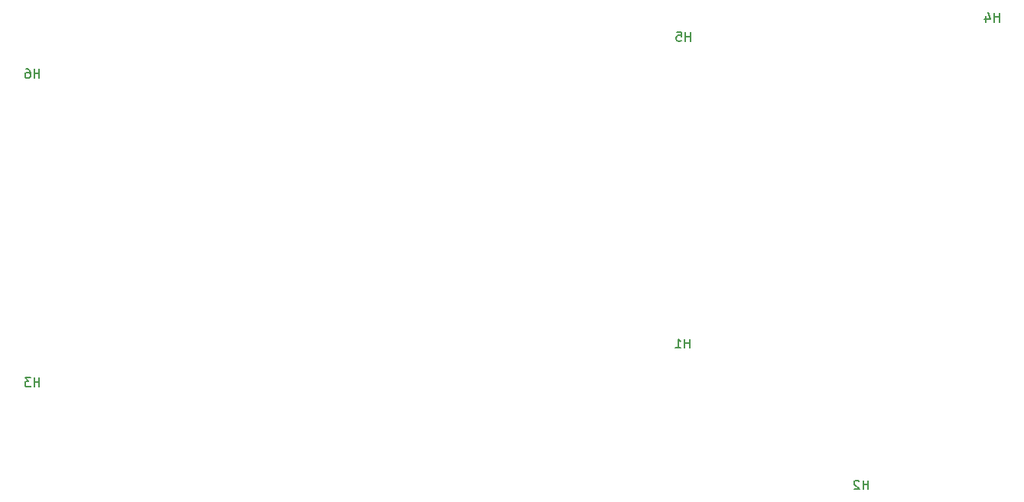
<source format=gbo>
G04 #@! TF.GenerationSoftware,KiCad,Pcbnew,(5.99.0-8557-g8988e46ab1)*
G04 #@! TF.CreationDate,2021-02-21T06:36:03-07:00*
G04 #@! TF.ProjectId,BottomCover,426f7474-6f6d-4436-9f76-65722e6b6963,rev?*
G04 #@! TF.SameCoordinates,PX85099e0PY51bada0*
G04 #@! TF.FileFunction,Legend,Bot*
G04 #@! TF.FilePolarity,Positive*
%FSLAX46Y46*%
G04 Gerber Fmt 4.6, Leading zero omitted, Abs format (unit mm)*
G04 Created by KiCad (PCBNEW (5.99.0-8557-g8988e46ab1)) date 2021-02-21 06:36:03*
%MOMM*%
%LPD*%
G01*
G04 APERTURE LIST*
%ADD10C,0.150000*%
G04 APERTURE END LIST*
D10*
X37134904Y-7427380D02*
X37134904Y-6427380D01*
X37134904Y-6903571D02*
X36563476Y-6903571D01*
X36563476Y-7427380D02*
X36563476Y-6427380D01*
X35563476Y-7427380D02*
X36134904Y-7427380D01*
X35849190Y-7427380D02*
X35849190Y-6427380D01*
X35944428Y-6570238D01*
X36039666Y-6665476D01*
X36134904Y-6713095D01*
X-34865096Y22472620D02*
X-34865096Y23472620D01*
X-34865096Y22996429D02*
X-35436524Y22996429D01*
X-35436524Y22472620D02*
X-35436524Y23472620D01*
X-36341286Y23472620D02*
X-36150810Y23472620D01*
X-36055572Y23425000D01*
X-36007953Y23377381D01*
X-35912715Y23234524D01*
X-35865096Y23044048D01*
X-35865096Y22663096D01*
X-35912715Y22567858D01*
X-35960334Y22520239D01*
X-36055572Y22472620D01*
X-36246048Y22472620D01*
X-36341286Y22520239D01*
X-36388905Y22567858D01*
X-36436524Y22663096D01*
X-36436524Y22901191D01*
X-36388905Y22996429D01*
X-36341286Y23044048D01*
X-36246048Y23091667D01*
X-36055572Y23091667D01*
X-35960334Y23044048D01*
X-35912715Y22996429D01*
X-35865096Y22901191D01*
X37234904Y26572620D02*
X37234904Y27572620D01*
X37234904Y27096429D02*
X36663476Y27096429D01*
X36663476Y26572620D02*
X36663476Y27572620D01*
X35711095Y27572620D02*
X36187285Y27572620D01*
X36234904Y27096429D01*
X36187285Y27144048D01*
X36092047Y27191667D01*
X35853952Y27191667D01*
X35758714Y27144048D01*
X35711095Y27096429D01*
X35663476Y27001191D01*
X35663476Y26763096D01*
X35711095Y26667858D01*
X35758714Y26620239D01*
X35853952Y26572620D01*
X36092047Y26572620D01*
X36187285Y26620239D01*
X36234904Y26667858D01*
X71409904Y28697620D02*
X71409904Y29697620D01*
X71409904Y29221429D02*
X70838476Y29221429D01*
X70838476Y28697620D02*
X70838476Y29697620D01*
X69933714Y29364286D02*
X69933714Y28697620D01*
X70171809Y29745239D02*
X70409904Y29030953D01*
X69790857Y29030953D01*
X-34865096Y-11727380D02*
X-34865096Y-10727380D01*
X-34865096Y-11203571D02*
X-35436524Y-11203571D01*
X-35436524Y-11727380D02*
X-35436524Y-10727380D01*
X-35817477Y-10727380D02*
X-36436524Y-10727380D01*
X-36103191Y-11108333D01*
X-36246048Y-11108333D01*
X-36341286Y-11155952D01*
X-36388905Y-11203571D01*
X-36436524Y-11298809D01*
X-36436524Y-11536904D01*
X-36388905Y-11632142D01*
X-36341286Y-11679761D01*
X-36246048Y-11727380D01*
X-35960334Y-11727380D01*
X-35865096Y-11679761D01*
X-35817477Y-11632142D01*
X56909904Y-23102380D02*
X56909904Y-22102380D01*
X56909904Y-22578571D02*
X56338476Y-22578571D01*
X56338476Y-23102380D02*
X56338476Y-22102380D01*
X55909904Y-22197619D02*
X55862285Y-22150000D01*
X55767047Y-22102380D01*
X55528952Y-22102380D01*
X55433714Y-22150000D01*
X55386095Y-22197619D01*
X55338476Y-22292857D01*
X55338476Y-22388095D01*
X55386095Y-22530952D01*
X55957523Y-23102380D01*
X55338476Y-23102380D01*
M02*

</source>
